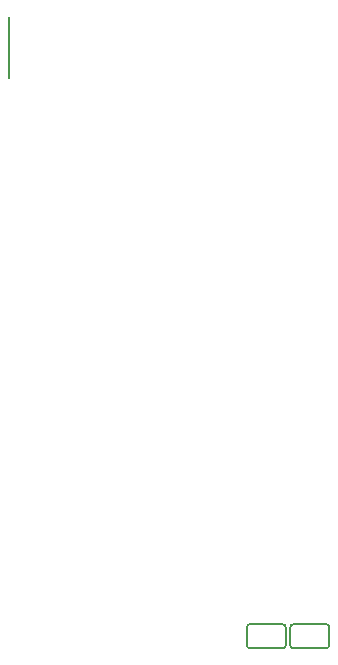
<source format=gbr>
G04 #@! TF.GenerationSoftware,KiCad,Pcbnew,(5.0.0)*
G04 #@! TF.CreationDate,2018-12-31T13:47:14-06:00*
G04 #@! TF.ProjectId,fk-atlas,666B2D61746C61732E6B696361645F70,rev?*
G04 #@! TF.SameCoordinates,Original*
G04 #@! TF.FileFunction,Legend,Bot*
G04 #@! TF.FilePolarity,Positive*
%FSLAX46Y46*%
G04 Gerber Fmt 4.6, Leading zero omitted, Abs format (unit mm)*
G04 Created by KiCad (PCBNEW (5.0.0)) date 12/31/18 13:47:14*
%MOMM*%
%LPD*%
G01*
G04 APERTURE LIST*
%ADD10C,0.150000*%
%ADD11C,0.152400*%
G04 APERTURE END LIST*
D10*
G04 #@! TO.C,J9*
X116258500Y-66634000D02*
X116258500Y-68634000D01*
X116258500Y-68644000D02*
X116258500Y-70244000D01*
X116258500Y-65024000D02*
X116258500Y-66624000D01*
D11*
G04 #@! TO.C,J3*
X139446000Y-116459000D02*
X136652000Y-116459000D01*
X139700000Y-118237000D02*
X139700000Y-116713000D01*
X136398000Y-118237000D02*
X136398000Y-116713000D01*
X136398000Y-118237000D02*
G75*
G03X136652000Y-118491000I254000J0D01*
G01*
X139446000Y-118491000D02*
G75*
G03X139700000Y-118237000I0J254000D01*
G01*
X139446000Y-116459000D02*
G75*
G02X139700000Y-116713000I0J-254000D01*
G01*
X136398000Y-116713000D02*
G75*
G02X136652000Y-116459000I254000J0D01*
G01*
X136652000Y-118491000D02*
X139446000Y-118491000D01*
G04 #@! TO.C,J8*
X143129000Y-116459000D02*
X140335000Y-116459000D01*
X143383000Y-118237000D02*
G75*
G02X143129000Y-118491000I-254000J0D01*
G01*
X140335000Y-118491000D02*
G75*
G02X140081000Y-118237000I0J254000D01*
G01*
X140335000Y-116459000D02*
G75*
G03X140081000Y-116713000I0J-254000D01*
G01*
X143383000Y-116713000D02*
G75*
G03X143129000Y-116459000I-254000J0D01*
G01*
X143383000Y-116713000D02*
X143383000Y-118237000D01*
X140081000Y-116713000D02*
X140081000Y-118237000D01*
X140335000Y-118491000D02*
X143129000Y-118491000D01*
G04 #@! TD*
M02*

</source>
